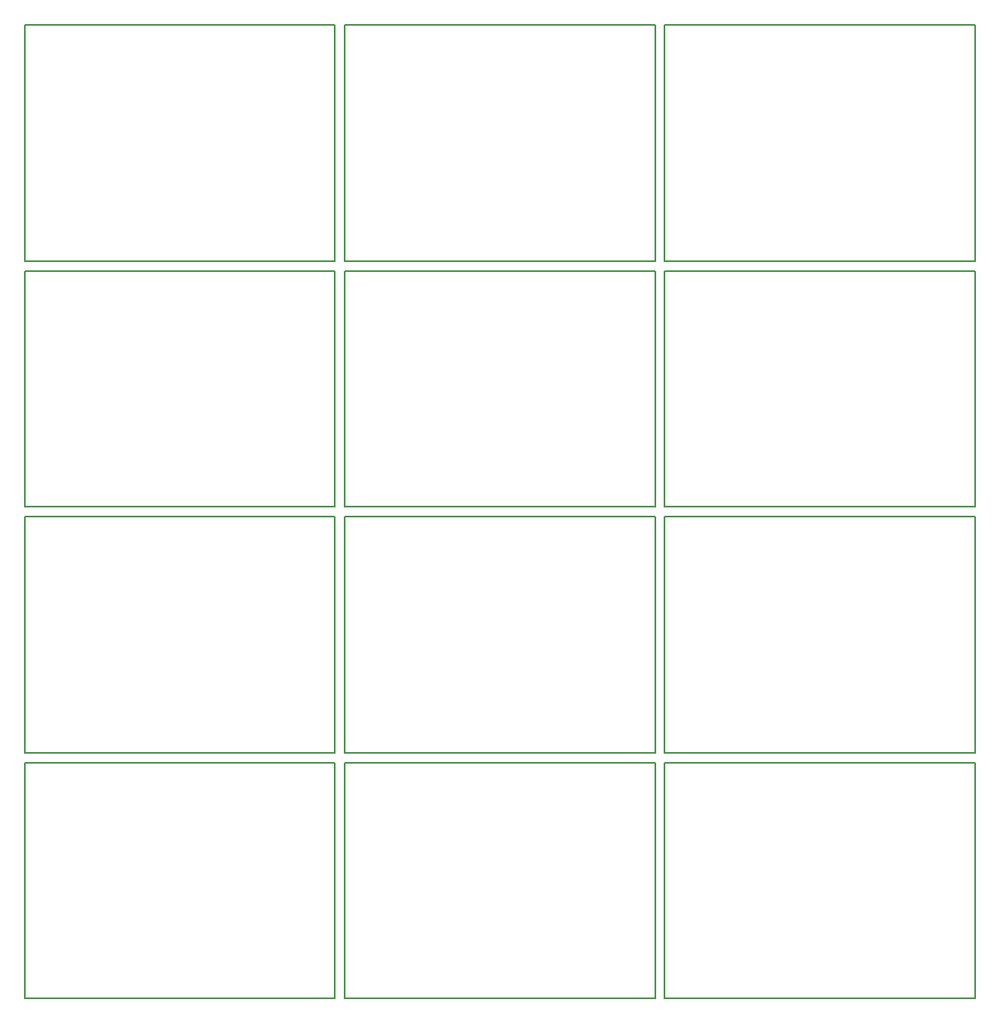
<source format=gbr>
G04 (created by PCBNEW (2013-04-01 BZR 4056)-testing) date Tue 02 Apr 2013 12:46:50 AM CEST*
%MOIN*%
G04 Gerber Fmt 3.4, Leading zero omitted, Abs format*
%FSLAX34Y34*%
G01*
G70*
G90*
G04 APERTURE LIST*
%ADD10C,0.006*%
%ADD11C,0.00787402*%
G04 APERTURE END LIST*
G54D10*
G54D11*
X51062Y-52539D02*
X38582Y-52539D01*
X38582Y-52539D02*
X38582Y-62027D01*
X38582Y-62027D02*
X51062Y-62027D01*
X51062Y-62027D02*
X51062Y-52539D01*
X51062Y-52145D02*
X51062Y-42657D01*
X38582Y-52145D02*
X51062Y-52145D01*
X38582Y-42657D02*
X38582Y-52145D01*
X51062Y-42657D02*
X38582Y-42657D01*
X51062Y-22893D02*
X38582Y-22893D01*
X38582Y-22893D02*
X38582Y-32381D01*
X38582Y-32381D02*
X51062Y-32381D01*
X51062Y-32381D02*
X51062Y-22893D01*
X51062Y-42263D02*
X51062Y-32775D01*
X38582Y-42263D02*
X51062Y-42263D01*
X38582Y-32775D02*
X38582Y-42263D01*
X51062Y-32775D02*
X38582Y-32775D01*
X38188Y-32775D02*
X25708Y-32775D01*
X25708Y-32775D02*
X25708Y-42263D01*
X25708Y-42263D02*
X38188Y-42263D01*
X38188Y-42263D02*
X38188Y-32775D01*
X38188Y-32381D02*
X38188Y-22893D01*
X25708Y-32381D02*
X38188Y-32381D01*
X25708Y-22893D02*
X25708Y-32381D01*
X38188Y-22893D02*
X25708Y-22893D01*
X38188Y-42657D02*
X25708Y-42657D01*
X25708Y-42657D02*
X25708Y-52145D01*
X25708Y-52145D02*
X38188Y-52145D01*
X38188Y-52145D02*
X38188Y-42657D01*
X38188Y-62027D02*
X38188Y-52539D01*
X25708Y-62027D02*
X38188Y-62027D01*
X25708Y-52539D02*
X25708Y-62027D01*
X38188Y-52539D02*
X25708Y-52539D01*
X63937Y-32775D02*
X51456Y-32775D01*
X51456Y-32775D02*
X51456Y-42263D01*
X63937Y-42263D02*
X63937Y-32775D01*
X63937Y-32381D02*
X63937Y-22893D01*
X51456Y-32381D02*
X63937Y-32381D01*
X51456Y-22893D02*
X51456Y-32381D01*
X63937Y-22893D02*
X51456Y-22893D01*
X63937Y-42657D02*
X51456Y-42657D01*
X51456Y-42657D02*
X51456Y-52145D01*
X51456Y-52145D02*
X63937Y-52145D01*
X63937Y-52145D02*
X63937Y-42657D01*
X63937Y-62027D02*
X63937Y-52539D01*
X51456Y-62027D02*
X63937Y-62027D01*
X51456Y-52539D02*
X51456Y-62027D01*
X63937Y-52539D02*
X51456Y-52539D01*
X51456Y-42263D02*
X63937Y-42263D01*
M02*

</source>
